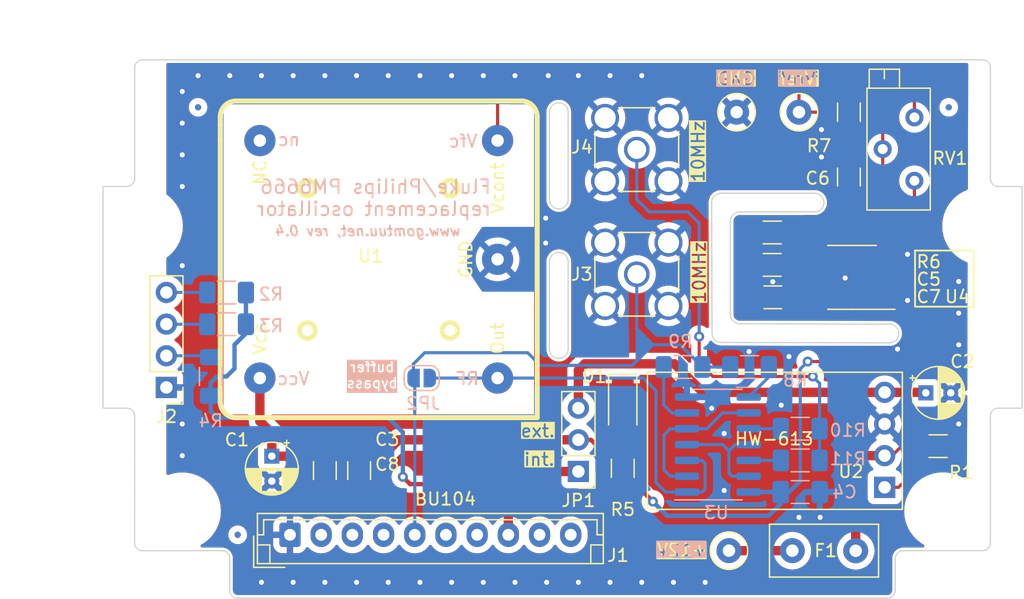
<source format=kicad_pcb>
(kicad_pcb (version 20221018) (generator pcbnew)
  (title_block (title "PM6666-10MHz") (date "2024-04-04") (rev "0.4") (company "Gomtuu Net") (comment 1 "- usable OCXO: CTI OSC5A2B02 / NDK ENE3311B") (comment 3 "programmable timer/counter") (comment 4 "Alternative oscillator for Fluke/Philips PM6666 "))
  (layers (0 "F.Cu" signal) (31 "B.Cu" signal) (34 "B.Paste" user) (35 "F.Paste" user) (36 "B.SilkS" user "B.Silkscreen") (37 "F.SilkS" user "F.Silkscreen") (38 "B.Mask" user) (39 "F.Mask" user) (44 "Edge.Cuts" user))
  (net 0 "")
  (net 1 "+5Vr")
  (net 2 "GND")
  (net 3 "Net-(U4-Vref)")
  (net 4 "Vref")
  (net 5 "+12V")
  (net 6 "Net-(U2-Vin)")
  (net 10 "XOSC")
  (net 13 "+5V")
  (net 16 "Net-(J4-In)")
  (net 17 "Net-(JP1-B)")
  (net 18 "10MHz")
  (net 19 "Net-(U2-EN)")
  (net 20 "Net-(D1-A)")
  (net 21 "Net-(J2-Pin_4)")
  (net 22 "Net-(R7-Pad1)")
  (net 23 "Net-(R8-Pad1)")
  (net 24 "Net-(R9-Pad1)")
  (net 25 "Net-(R10-Pad1)")
  (net 27 "Net-(U3-Pad2)")
  (net 28 "Net-(U3-Pad11)")
  (net 30 "Net-(R6-Pad2)")
  (net 31 "Net-(J2-Pin_2)")
  (net 32 "Net-(J2-Pin_3)")
  (net 33 "Net-(R11-Pad1)")
  (footprint "Resistor_SMD:R_1206_3216Metric_Pad1.30x1.75mm_HandSolder" (layer "F.Cu") (at 150.876 83.566 -90)
    (fp_text reference "R5")
    (fp_text value "470")
  )
  (footprint "Fuse:Fuse_Littelfuse_395Series" (layer "F.Cu") (at 164.465 90.17)
    (fp_text reference "F1")
    (fp_text value "Polyfuse" hide)
  )
  (footprint "Resistor_SMD:R_1206_3216Metric_Pad1.30x1.75mm_HandSolder" (layer "F.Cu") (at 176.149 81.788)
    (fp_text reference "R1")
    (fp_text value "100k")
  )
  (footprint "Capacitor_THT:CP_Radial_D4.0mm_P2.00mm" (layer "F.Cu") (at 175.165 77.513401)
    (fp_text reference "C2")
    (fp_text value "100u")
  )
  (footprint "Gomtuu:Oscillator_OCXO_OSC5A2B02" (layer "F.Cu") (at 131.318 66.802 90)
    (fp_text reference "U1")
    (fp_text value "OSC5A2B02")
  )
  (footprint "Resistor_SMD:R_1206_3216Metric_Pad1.30x1.75mm_HandSolder" (layer "F.Cu") (at 162.85 64.65)
    (fp_text reference "R6")
    (fp_text value "1k")
  )
  (footprint "Potentiometer_THT:Potentiometer_Bourns_3296Z_Horizontal" (layer "F.Cu") (at 174.25 60.5 -90)
    (fp_text reference "RV1")
    (fp_text value "10k")
  )
  (footprint "LED_SMD:LED_1206_3216Metric_Pad1.42x1.75mm_HandSolder" (layer "F.Cu") (at 150.876 78.486 -90)
    (fp_text reference "D1")
    (fp_text value "LED")
  )
  (footprint "Connector_JST:JST_EH_B10B-EH-A_1x10_P2.50mm_Vertical" (layer "F.Cu") (at 124.206 88.9)
    (fp_text reference "J1")
    (fp_text value "~" hide)
  )
  (footprint "MountingHole:MountingHole_3.2mm_M3" (layer "F.Cu") (at 112.522 64.135)
    (fp_text reference "H1" hide)
    (fp_text value "MountingHole" hide)
  )
  (footprint "Capacitor_SMD:C_1206_3216Metric_Pad1.33x1.80mm_HandSolder" (layer "F.Cu") (at 162.9 69.85)
    (fp_text reference "C7")
    (fp_text value "100n")
  )
  (footprint "Connector_PinHeader_2.54mm:PinHeader_1x03_P2.54mm_Vertical" (layer "F.Cu") (at 147.32 83.82 180)
    (fp_text reference "JP1")
    (fp_text value "~")
  )
  (footprint "Connector_Coaxial:SMA_Amphenol_901-144_Vertical" (layer "F.Cu") (at 152 58)
    (fp_text reference "J4")
    (fp_text value "Conn_Coaxial" hide)
  )
  (footprint "Capacitor_SMD:C_1206_3216Metric_Pad1.33x1.80mm_HandSolder" (layer "F.Cu") (at 169 60.2 90)
    (fp_text reference "C6")
    (fp_text value "100n")
  )
  (footprint "Capacitor_SMD:C_1206_3216Metric_Pad1.33x1.80mm_HandSolder" (layer "F.Cu") (at 162.85 67.25 180)
    (fp_text reference "C5")
    (fp_text value "1u")
  )
  (footprint "Package_SO:SOIC-8_3.9x4.9mm_P1.27mm" (layer "F.Cu") (at 169.25 68.25 180)
    (fp_text reference "U4")
    (fp_text value "LM4140-4.1")
  )
  (footprint "Fiducial:Fiducial_0.5mm_Mask1.5mm" (layer "F.Cu") (at 120.015 88.9)
    (fp_text reference "FID3" hide)
    (fp_text value "Fiducial" hide)
  )
  (footprint "MountingHole:MountingHole_3.2mm_M3" (layer "F.Cu") (at 115.57 86.995)
    (fp_text reference "H3" hide)
    (fp_text value "MountingHole" hide)
  )
  (footprint "Fiducial:Fiducial_0.5mm_Mask1.5mm" (layer "F.Cu") (at 176.53 72.39)
    (fp_text reference "FID2" hide)
    (fp_text value "Fiducial" hide)
  )
  (footprint "MountingHole:MountingHole_3.2mm_M3" (layer "F.Cu") (at 176.53 86.995)
    (fp_text reference "H4" hide)
    (fp_text value "MountingHole" hide)
  )
  (footprint "MountingHole:MountingHole_3.2mm_M3" (layer "F.Cu") (at 179.578 64.135)
    (fp_text reference "H2" hide)
    (fp_text value "MountingHole" hide)
  )
  (footprint "Connector_Coaxial:SMA_Amphenol_901-144_Vertical" (layer "F.Cu") (at 152 68)
    (fp_text reference "J3")
    (fp_text value "Conn_Coaxial" hide)
  )
  (footprint "Connector_PinHeader_2.54mm:PinHeader_1x04_P2.54mm_Vertical" (layer "F.Cu") (at 114.3 77.079 180)
    (fp_text reference "J2")
    (fp_text value "~")
  )
  (footprint "Fiducial:Fiducial_0.5mm_Mask1.5mm" (layer "F.Cu") (at 116.84 54.61)
    (fp_text reference "FID5" hide)
    (fp_text value "Fiducial" hide)
  )
  (footprint "Capacitor_SMD:C_1206_3216Metric_Pad1.33x1.80mm_HandSolder" (layer "F.Cu") (at 129.75 83.75 -90)
    (fp_text reference "C8")
    (fp_text value "100n")
  )
  (footprint "Resistor_SMD:R_1206_3216Metric_Pad1.30x1.75mm_HandSolder" (layer "F.Cu") (at 169 55 -90)
    (fp_text reference "R7")
    (fp_text value "1k")
  )
  (footprint "Gomtuu:Convertor_DCDC_HW-613" (layer "F.Cu") (at 171.86286 85.09 90)
    (fp_text reference "U2")
    (fp_text value "HW-613")
  )
  (footprint "Capacitor_SMD:C_1206_3216Metric_Pad1.33x1.80mm_HandSolder" (layer "F.Cu") (at 127 83.75 -90)
    (fp_text reference "C3")
    (fp_text value "100n")
  )
  (footprint "TestPoint:TestPoint_Loop_D1.80mm_Drill1.0mm_Beaded" (layer "F.Cu") (at 165 55)
    (fp_text reference "TP1" hide)
    (fp_text value "Vref")
  )
  (footprint "TestPoint:TestPoint_Loop_D1.80mm_Drill1.0mm_Beaded" (layer "F.Cu") (at 159.385 90.17)
    (fp_text reference "TP3" hide)
    (fp_text value "+12V")
  )
  (footprint "Capacitor_THT:CP_Radial_D4.0mm_P2.00mm" (layer "F.Cu") (at 122.75 82.593401 -90)
    (fp_text reference "C1")
    (fp_text value "47u")
  )
  (footprint "TestPoint:TestPoint_Loop_D1.80mm_Drill1.0mm_Beaded" (layer "F.Cu") (at 160 55)
    (fp_text reference "TP2" hide)
    (fp_text value "GND")
  )
  (footprint "Fiducial:Fiducial_0.5mm_Mask1.5mm" (layer "B.Cu") (at 176.53 72.39 180)
    (fp_text reference "FID1" hide)
    (fp_text value "Fiducial" hide)
  )
  (footprint "Resistor_SMD:R_1206_3216Metric_Pad1.30x1.75mm_HandSolder" (layer "B.Cu") (at 165.1 82.931)
    (fp_text reference "R11")
    (fp_text value "100")
  )
  (footprint "Resistor_SMD:R_1206_3216Metric_Pad1.30x1.75mm_HandSolder" (layer "B.Cu") (at 117.856 76.2 90)
    (fp_text reference "R4")
    (fp_text value "2k")
  )
  (footprint "Capacitor_SMD:C_1206_3216Metric_Pad1.33x1.80mm_HandSolder" (layer "B.Cu") (at 165.1 85.471)
    (fp_text reference "C4")
    (fp_text value "100n")
  )
  (footprint "Resistor_SMD:R_1206_3216Metric_Pad1.30x1.75mm_HandSolder" (layer "B.Cu") (at 161.036 75.438 180)
    (fp_text reference "R9")
    (fp_text value "100")
  )
  (footprint "Resistor_SMD:R_1206_3216Metric_Pad1.30x1.75mm_HandSolder" (layer "B.Cu") (at 119.126 72.009 180)
    (fp_text reference "R3")
    (fp_text value "2k")
  )
  (footprint "Fiducial:Fiducial_0.5mm_Mask1.5mm" (layer "B.Cu") (at 116.84 54.61 180)
    (fp_text reference "FID6" hide)
    (fp_text value "Fiducial" hide)
  )
  (footprint "Jumper:SolderJumper-2_P1.3mm_Open_RoundedPad1.0x1.5mm" (layer "B.Cu") (at 134.762 76.327 180)
    (fp_text reference "JP2")
    (fp_text value "bypass")
  )
  (footprint "Resistor_SMD:R_1206_3216Metric_Pad1.30x1.75mm_HandSolder" (layer "B.Cu") (at 165.1 80.391)
    (fp_text reference "R10")
    (fp_text value "100")
  )
  (footprint "Fiducial:Fiducial_0.5mm_Mask1.5mm" (layer "B.Cu") (at 120.015 88.9 180)
    (fp_text reference "FID4" hide)
    (fp_text value "Fiducial" hide)
  )
  (footprint "Resistor_SMD:R_1206_3216Metric_Pad1.30x1.75mm_HandSolder" (layer "B.Cu") (at 119.126 69.469 180)
    (fp_text reference "R2")
    (fp_text value "2k")
  )
  (footprint "Resistor_SMD:R_1206_3216Metric_Pad1.30x1.75mm_HandSolder" (layer "B.Cu") (at 155.702 75.438)
    (fp_text reference "R8")
    (fp_text value "100")
  )
  (footprint "Package_SO:SO-14_3.9x8.65mm_P1.27mm" (layer "B.Cu") (at 158.496 81.661)
    (fp_text reference "U3")
    (fp_text value "74HC14")
  )
  (gr_poly (pts (xy 169.3 70.3) (xy 168.4 71.2) (xy 170.2 71.2)) (stroke (width 0.2)) (fill solid) (layer "F.Cu"))
  (gr_poly (pts (xy 152 72.4) (xy 152 75) (xy 153.2 73.6)) (stroke (width 0.2)) (fill solid) (layer "B.Cu"))
  (gr_rect (start 174.3 66.1) (end 179 70.6) (stroke (width 0.15)) (fill none) (layer "F.SilkS"))
  (gr_arc locked (start 111.76 60.325) (mid 111.574013 60.774012) (end 111.125 60.96) (stroke (width 0.1)) (layer "Edge.Cuts"))
  (gr_line (start 111.125 78.74) (end 109.22 78.74) (stroke (width 0.1)) (layer "Edge.Cuts"))
  (gr_arc (start 160.25 71.96967) (mid 159.71967 71.75) (end 159.5 71.21967) (stroke (width 0.1)) (layer "Edge.Cuts"))
  (gr_arc (start 111.760002 51.435) (mid 111.945989 50.985988) (end 112.395002 50.8) (stroke (width 0.1)) (layer "Edge.Cuts"))
  (gr_arc (start 166.25 61.5) (mid 167 62.25) (end 166.25 63) (stroke (width 0.1)) (layer "Edge.Cuts"))
  (gr_line (start 179.705 90.17) (end 173.355 90.17) (stroke (width 0.1)) (layer "Edge.Cuts"))
  (gr_arc (start 145 67) (mid 145.75 66.25) (end 146.5 67) (stroke (width 0.1)) (layer "Edge.Cuts"))
  (gr_line (start 172.72 90.805) (end 172.72 93.345) (stroke (width 0.1)) (layer "Edge.Cuts"))
  (gr_line (start 180.34 79.375) (end 180.34 89.535) (stroke (width 0.1)) (layer "Edge.Cuts"))
  (gr_arc (start 111.125 78.74) (mid 111.574013 78.925987) (end 111.76 79.375) (stroke (width 0.1)) (layer "Edge.Cuts"))
  (gr_arc (start 146.5 74) (mid 145.75 74.75) (end 145 74) (stroke (width 0.1)) (layer "Edge.Cuts"))
  (gr_line (start 158 62.25) (end 158.03033 72.71967) (stroke (width 0.1)) (layer "Edge.Cuts"))
  (gr_line (start 145 67) (end 145 74) (stroke (width 0.1)) (layer "Edge.Cuts"))
  (gr_arc (start 172.25 72) (mid 173 72.75) (end 172.25 73.5) (stroke (width 0.1)) (layer "Edge.Cuts"))
  (gr_arc (start 180.34 89.535) (mid 180.154013 89.984013) (end 179.705 90.17) (stroke (width 0.1)) (layer "Edge.Cuts"))
  (gr_line (start 111.76 60.325) (end 111.760002 51.435) (stroke (width 0.1)) (layer "Edge.Cuts"))
  (gr_arc (start 158 62.25) (mid 158.21967 61.71967) (end 158.75 61.5) (stroke (width 0.1)) (layer "Edge.Cuts"))
  (gr_line (start 182.88 78.74) (end 180.975 78.74) (stroke (width 0.1)) (layer "Edge.Cuts"))
  (gr_line (start 179.705 50.800002) (end 112.395002 50.8) (stroke (width 0.1)) (layer "Edge.Cuts"))
  (gr_arc (start 172.72 90.805) (mid 172.905987 90.355987) (end 173.355 90.17) (stroke (width 0.1)) (layer "Edge.Cuts"))
  (gr_line (start 172.25 72) (end 160.25 71.96967) (stroke (width 0.1)) (layer "Edge.Cuts"))
  (gr_line (start 109.22 60.96) (end 109.22 78.74) (stroke (width 0.1)) (layer "Edge.Cuts"))
  (gr_line (start 146.5 74) (end 146.5 67) (stroke (width 0.1)) (layer "Edge.Cuts"))
  (gr_line (start 158.78033 73.46967) (end 172.25 73.5) (stroke (width 0.1)) (layer "Edge.Cuts"))
  (gr_arc (start 146.5 62) (mid 145.75 62.75) (end 145 62) (stroke (width 0.1)) (layer "Edge.Cuts"))
  (gr_arc (start 120.015 93.98) (mid 119.565987 93.794013) (end 119.38 93.345) (stroke (width 0.1)) (layer "Edge.Cuts"))
  (gr_arc (start 180.34 79.375) (mid 180.525987 78.925987) (end 180.975 78.74) (stroke (width 0.1)) (layer "Edge.Cuts"))
  (gr_line (start 182.88 60.96) (end 182.88 78.74) (stroke (width 0.1)) (layer "Edge.Cuts"))
  (gr_arc (start 179.705 50.800002) (mid 180.154012 50.985989) (end 180.34 51.435002) (stroke (width 0.1)) (layer "Edge.Cuts"))
  (gr_line (start 180.34 51.435002) (end 180.34 60.324998) (stroke (width 0.1)) (layer "Edge.Cuts"))
  (gr_arc (start 118.745 90.17) (mid 119.194013 90.355987) (end 119.38 90.805) (stroke (width 0.1)) (layer "Edge.Cuts"))
  (gr_line (start 166.25 61.5) (end 158.75 61.5) (stroke (width 0.1)) (layer "Edge.Cuts"))
  (gr_arc (start 159.5 63.75) (mid 159.71967 63.21967) (end 160.25 63) (stroke (width 0.1)) (layer "Edge.Cuts"))
  (gr_arc (start 180.975 60.959998) (mid 180.525988 60.774011) (end 180.34 60.324998) (stroke (width 0.1)) (layer "Edge.Cuts"))
  (gr_line (start 109.22 60.96) (end 111.125 60.96) (stroke (width 0.1)) (layer "Edge.Cuts"))
  (gr_line (start 160.25 63) (end 166.25 63) (stroke (width 0.1)) (layer "Edge.Cuts"))
  (gr_line (start 145 55) (end 145 62) (stroke (width 0.1)) (layer "Edge.Cuts"))
  (gr_line (start 159.5 71.21967) (end 159.5 63.75) (stroke (width 0.1)) (layer "Edge.Cuts"))
  (gr_line (start 119.38 90.805) (end 119.38 93.345) (stroke (width 0.1)) (layer "Edge.Cuts"))
  (gr_arc (start 158.78033 73.46967) (mid 158.25 73.25) (end 158.03033 72.71967) (stroke (width 0.1)) (layer "Edge.Cuts"))
  (gr_line (start 111.751813 89.543187) (end 111.76 79.375) (stroke (width 0.1)) (layer "Edge.Cuts"))
  (gr_line (start 112.386813 90.178187) (end 118.745 90.17) (stroke (width 0.1)) (layer "Edge.Cuts"))
  (gr_arc (start 172.72 93.345) (mid 172.534013 93.794013) (end 172.085 93.98) (stroke (width 0.1)) (layer "Edge.Cuts"))
  (gr_line (start 146.5 55) (end 146.5 62) (stroke (width 0.1)) (layer "Edge.Cuts"))
  (gr_arc (start 112.386813 90.178187) (mid 111.9378 89.9922) (end 111.751813 89.543187) (stroke (width 0.1)) (layer "Edge.Cuts"))
  (gr_arc (start 145 55) (mid 145.75 54.25) (end 146.5 55) (stroke (width 0.1)) (layer "Edge.Cuts"))
  (gr_line (start 120.015 93.98) (end 172.085 93.98) (stroke (width 0.1)) (layer "Edge.Cuts"))
  (gr_line (start 180.975 60.959998) (end 182.88 60.96) (stroke (width 0.1)) (layer "Edge.Cuts"))
  (gr_text "Vcc" (at 125.857 76.962) (layer "B.SilkS") (effects (font (size 1 1)) (justify left bottom mirror)))
  (gr_text "Fluke/Philips PM6666\nreplacement oscillator" (at 140.4 63.4) (layer "B.SilkS") (effects (font (size 1.1 1.1)) (justify left bottom mirror)))
  (gr_text "+12V" (at 157.734 90.678) (layer "B.SilkS" knockout) (effects (font (size 1 1)) (justify left bottom mirror)))
  (gr_text "www.gomtuu.net, rev 0.4" (at 138 65) (layer "B.SilkS") (effects (font (size 0.8 0.8) (thickness 0.15) bold italic) (justify left bottom mirror)))
  (gr_text "nc" (at 125.095 57.785) (layer "B.SilkS") (effects (font (size 1 1)) (justify left bottom mirror)))
  (gr_text "RF" (at 139.446 76.962) (layer "B.SilkS") (effects (font (size 1 1)) (justify left bottom mirror)))
  (gr_text "GND" (at 161.5 52.9) (layer "B.SilkS" knockout) (effects (font (size 1 1)) (justify left bottom mirror)))
  (gr_text "Vfc" (at 139.319 57.912) (layer "B.SilkS") (effects (font (size 1 1)) (justify left bottom mirror)))
  (gr_text "Vref" (at 166.4 52.9) (layer "B.SilkS" knockout) (effects (font (size 1 1)) (justify left bottom mirror)))
  (gr_text "buffer\nbypass" (at 130.8 77.2) (layer "B.SilkS" knockout) (effects (font (size 0.8 0.8) (thickness 0.125)) (justify bottom mirror)))
  (gr_text "10MHz" (at 157.5 60.7 90) (layer "F.SilkS" knockout) (effects (font (size 1 1)) (justify left bottom)))
  (gr_text "BU104" (at 134.112 86.614) (layer "F.SilkS") (effects (font (size 1 1)) (justify left bottom)))
  (gr_text "HW-613" (at 159.766 81.788) (layer "F.SilkS") (effects (font (size 1 1)) (justify left bottom)))
  (gr_text "10MHz" (at 157.6 70.4 90) (layer "F.SilkS" knockout) (effects (font (size 1 1)) (justify left bottom)))
  (gr_text "GND" (at 158.4 52.9) (layer "F.SilkS" knockout) (effects (font (size 1 1)) (justify left bottom)))
  (gr_text "int." (at 142.875 83.439) (layer "F.SilkS" knockout) (effects (font (size 1 1)) (justify left bottom)))
  (gr_text "ext." (at 142.621 81.153) (layer "F.SilkS" knockout) (effects (font (size 1 1)) (justify left bottom)))
  (gr_text "+12V" (at 153.416 90.805) (layer "F.SilkS" knockout) (effects (font (size 1 1)) (justify left bottom)))
  (gr_text "Vref" (at 163.5 52.9) (layer "F.SilkS" knockout) (effects (font (size 1 1)) (justify left bottom)))
  (segment (start 168.3 71.2) (end 162.95 71.2) (width 0.25) (layer "F.Cu") (net 1))
  (segment (start 124.8125 82.1875) (end 127 82.1875) (width 0.75) (layer "F.Cu") (net 1))
  (segment (start 161.3375 69.85) (end 162.35 69.85) (width 0.25) (layer "F.Cu") (net 1))
  (segment (start 170.4 71.2) (end 168.3 71.2) (width 0.25) (layer "F.Cu") (net 1))
  (segment (start 129.75 82.1875) (end 127 82.1875) (width 0.75) (layer "F.Cu") (net 1))
  (segment (start 173.6 71.2) (end 174 71.6) (width 0.25) (layer "F.Cu") (net 1))
  (segment (start 122.75 82.593401) (end 124.406599 82.593401) (width 0.75) (layer "F.Cu") (net 1))
  (segment (start 152.172 85.116) (end 153.289 86.233) (width 0.35) (layer "F.Cu") (net 1))
  (segment (start 121.793 76.327) (end 121.793 79.793) (width 0.75) (layer "F.Cu") (net 1))
  (segment (start 169.25 70.25) (end 169.25 69.5) (width 0.25) (layer "F.Cu") (net 1))
  (segment (start 148.336 81.28) (end 149.225 82.169) (width 0.35) (layer "F.Cu") (net 1))
  (segment (start 150.876 85.116) (end 152.172 85.116) (width 0.35) (layer "F.Cu") (net 1))
  (segment (start 147.32 81.28) (end 132.92 81.28) (width 0.75) (layer "F.Cu") (net 1))
  (segment (start 174 74.6) (end 173.6 75) (width 0.25) (layer "F.Cu") (net 1))
  (segment (start 170.4 71.2) (end 170.6 71.2) (width 0.25) (layer "F.Cu") (net 1))
  (segment (start 174 71.6) (end 174 74.6) (width 0.25) (layer "F.Cu") (net 1))
  (segment (start 147.32 81.28) (end 148.336 81.28) (width 0.35) (layer "F.Cu") (net 1))
  (segment (start 170.6 71.2) (end 173.6 71.2) (width 0.25) (layer "F.Cu") (net 1))
  (segment (start 149.225 83.465) (end 150.876 85.116) (width 0.35) (layer "F.Cu") (net 1))
  (segment (start 169.865 68.885) (end 171.725 68.885) (width 0.25) (layer "F.Cu") (net 1))
  (segment (start 132.92 81.28) (end 132 82.2) (width 0.75) (layer "F.Cu") (net 1))
  (segment (start 122.75 80.75) (end 122.75 82.593401) (width 0.75) (layer "F.Cu") (net 1))
  (segment (start 170.2 71.2) (end 170.4 71.2) (width 0.25) (layer "F.Cu") (net 1))
  (segment (start 169.25 70.25) (end 170.2 71.2) (width 0.25) (layer "F.Cu") (net 1))
  (segment (start 162.35 69.85) (end 162.75 70.25) (width 0.25) (layer "F.Cu") (net 1))
  (segment (start 149.225 82.169) (end 149.225 83.465) (width 0.35) (layer "F.Cu") (net 1))
  (segment (start 124.406599 82.593401) (end 124.8125 82.1875) (width 0.75) (layer "F.Cu") (net 1))
  (segment (start 169.25 69.5) (end 169.865 68.885) (width 0.25) (layer "F.Cu") (net 1))
  (segment (start 162.95 71.2) (end 162.75 71) (width 0.25) (layer "F.Cu") (net 1))
  (segment (start 131.9875 82.1875) (end 129.75 82.1875) (width 0.75) (layer "F.Cu") (net 1))
  (segment (start 169.25 70.25) (end 168.3 71.2) (width 0.25) (layer "F.Cu") (net 1))
  (segment (start 171.725 67.615) (end 171.725 68.885) (width 0.25) (layer "F.Cu") (net 1))
  (segment (start 132 82.2) (end 131.9875 82.1875) (width 0.25) (layer "F.Cu") (net 1))
  (segment (start 121.793 79.793) (end 122.75 80.75) (width 0.75) (layer "F.Cu") (net 1))
  (segment (start 173.6 75) (end 165.7 75) (width 0.25) (layer "F.Cu") (net 1))
  (segment (start 162.75 70.25) (end 162.75 71) (width 0.25) (layer "F.Cu") (net 1))
  (via (at 165.7 75) (size 0.8) (drill 0.4) (layers "F.Cu" "B.Cu") (net 1))
  (via (at 153.289 86.233) (size 0.8) (drill 0.4) (layers "F.Cu" "B.Cu") (net 1))
  (segment (start 163.5375 86.3985) (end 163.5375 85.471) (width 0.35) (layer "B.Cu") (net 1))
  (segment (start 154.432 87.376) (end 162.56 87.376) (width 0.35) (layer "B.Cu") (net 1))
  (segment (start 164.211 85.471) (end 163.5375 85.471) (width 0.35) (layer "B.Cu") (net 1))
  (segment (start 165.1 84.582) (end 164.211 85.471) (width 0.35) (layer "B.Cu") (net 1))
  (segment (start 165.1 84.582) (end 165.1 75.6) (width 0.25) (layer "B.Cu") (net 1))
  (segment (start 163.5375 85.471) (end 160.971 85.471) (width 0.35) (layer "B.Cu") (net 1))
  (segment (start 162.56 87.376) (end 163.5375 86.3985) (width 0.35) (layer "B.Cu") (net 1))
  (segment (start 153.289 86.233) (end 154.432 87.376) (width 0.35) (layer "B.Cu") (net 1))
  (segment (start 165.1 75.6) (end 165.7 75) (width 0.25) (layer "B.Cu") (net 1))
  (segment (start 171.725 66.345) (end 172.845 66.345) (width 0.25) (layer "F.Cu") (net 2))
  (segment (start 172.845 70.155) (end 173.25 69.75) (width 0.25) (layer "F.Cu") (net 2))
  (segment (start 172.845 66.345) (end 173.25 66.75) (width 0.25) (layer "F.Cu") (net 2))
  (segment (start 169.655 66.345) (end 169.25 66.75) (width 0.25) (layer "F.Cu") (net 2))
  (segment (start 173.25 69.75) (end 173.25 68.35) (width 0.25) (layer "F.Cu") (net 2))
  (segment (start 169 56.55) (end 169 58.6375) (width 0.25) (layer "F.Cu") (net 2))
  (segment (start 169.25 68.25) (end 169.2 68.3) (width 0.25) (layer "F.Cu") (net 2))
  (segment (start 171.725 66.345) (end 169.655 66.345) (width 0.25) (layer "F.Cu") (net 2))
  (segment (start 171.725 70.155) (end 172.845 70.155) (width 0.25) (layer "F.Cu") (net 2))
  (segment (start 163.35 69.85) (end 163 69.5) (width 0.25) (layer "F.Cu") (net 2))
  (segment (start 164.4625 69.85) (end 163.35 69.85) (width 0.25) (layer "F.Cu") (net 2))
  (segment (start 168.7 68.8) (end 168.615 68.885) (width 0.25) (layer "F.Cu") (net 2))
  (segment (start 166.775 70.155) (end 164.7675 70.155) (width 0.25) (layer "F.Cu") (net 2))
  (segment (start 169.25 66.75) (end 169.25 68.25) (width 0.25) (layer "F.Cu") (net 2))
  (segment (start 163 67.75) (end 162.5 67.25) (width 0.25) (layer "F.Cu") (net 2))
  (segment (start 162.9 68.6) (end 163 68.5) (width 0.25) (layer "F.Cu") (net 2))
  (segment (start 162.5 67.25) (end 161.2875 67.25) (width 0.25) (layer "F.Cu") (net 2))
  (segment (start 168.7 68.3) (end 168.7 68.8) (width 0.25) (layer "F.Cu") (net 2))
  (segment (start 164.7675 70.155) (end 164.4625 69.85) (width 0.25) (layer "F.Cu") (net 2))
  (segment (start 166.775 68.885) (end 166.775 70.155) (width 0.6) (layer "F.Cu") (net 2))
  (segment (start 173.25 68.35) (end 173.3 68.3) (width 0.25) (layer "F.Cu") (net 2))
  (segment (start 163 69.5) (end 163 68.7) (width 0.25) (layer "F.Cu") (net 2))
  (segment (start 163 68.7) (end 162.9 68.6) (width 0.25) (layer "F.Cu") (net 2))
  (segment (start 173.25 68.25) (end 173.25 66.75) (width 0.25) (layer "F.Cu") (net 2))
  (segment (start 168.615 68.885) (end 166.775 68.885) (width 0.25) (layer "F.Cu") (net 2))
  (segment (start 169.2 68.3) (end 168.7 68.3) (width 0.25) (layer "F.Cu") (net 2))
  (segment (start 163 68.5) (end 163 67.75) (width 0.25) (layer "F.Cu") (net 2))
  (segment (start 173.3 68.3) (end 173.25 68.25) (width 0.25) (layer "F.Cu") (net 2))
  (via (at 164.2 74.6) (size 0.8) (drill 0.4) (layers "F.Cu" "B.Cu") (net 2))
  (via (at 115.57 60.96) (size 0.8) (drill 0.4) (layers "F.Cu" "B.Cu") (net 2))
  (via (at 121.92 52.07) (size 0.8) (drill 0.4) (layers "F.Cu" "B.Cu") (net 2))
  (via (at 124.46 52.07) (size 0.8) (drill 0.4) (layers "F.Cu" "B.Cu") (net 2))
  (via (at 159.004 85.344) (size 0.8) (drill 0.4) (layers "F.Cu" "B.Cu") (net 2))
  (via (at 115.57 58.42) (size 0.8) (drill 0.4) (layers "F.Cu" "B.Cu") (net 2))
  (via (at 166.8 56.4) (size 0.8) (drill 0.4) (layers "F.Cu" "B.Cu") (net 2))
  (via (at 172.9 74) (size 0.8) (drill 0.4) (layers "F.Cu" "B.Cu") (net 2))
  (via (at 119.38 52.07) (size 0.8) (drill 0.4) (layers "F.Cu" "B.Cu") (net 2))
  (via (at 152.4 52.07) (size 0.8) (drill 0.4) (layers "F.Cu" "B.Cu") (net 2))
  (via (at 132.08 52.07) (size 0.8) (drill 0.4) (layers "F.Cu" "B.Cu") (net 2))
  (via (at 177.8 73.66) (size 0.8) (drill 0.4) (layers "F.Cu" "B.Cu") (net 2))
  (via (at 144.907 52.07) (size 0.8) (drill 0.4) (layers "F.Cu" "B.Cu") (net 2))
  (via (at 121.92 92.71) (size 0.8) (drill 0.4) (layers "F.Cu" "B.Cu") (net 2))
  (via (at 115.57 82.55) (size 0.8) (drill 0.4) (layers "F.Cu" "B.Cu") (net 2))
  (via (at 162.9 68.6) (size 0.8) (drill 0.4) (layers "F.Cu" "B.Cu") (net 2))
  (via (at 168.7 68.3) (size 0.8) (drill 0.4) (layers "F.Cu" "B.Cu") (net 2))
  (via (at 158 78.75) (size 0.8) (drill 0.4) (layers "F.Cu" "B.Cu") (net 2))
  (via (at 159.004 80.772) (size 0.8) (drill 0.4) (layers "F.Cu" "B.Cu") (net 2))
  (via (at 161 74.2) (size 0.8) (drill 0.4) (layers "F.Cu" "B.Cu") (net 2))
  (via (at 142.24 92.71) (size 0.8) (drill 0.4) (layers "F.Cu" "B.Cu") (net 2))
  (via (at 139.7 92.71) (size 0.8) (drill 0.4) (layers "F.Cu" "B.Cu") (net 2))
  (via (at 173.7 66.4) (size 0.8) (drill 0.4) (layers "F.Cu" "B.Cu") (net 2))
  (via (at 177.8 71.12) (size 0.8) (drill 0.4) (layers "F.Cu" "B.Cu") (net 2))
  (via (at 144.78 92.71) (size 0.8) (drill 0.4) (layers "F.Cu" "B.Cu") (net 2))
  (via (at 134.62 92.71) (size 0.8) (drill 0.4) (layers "F.Cu" "B.Cu") (net 2))
  (via (at 177.8 68.58) (size 0.8) (drill 0.4) (layers "F.Cu" "B.Cu") (net 2))
  (via (at 137.16 92.71) (size 0.8) (drill 0.4) (layers "F.Cu" "B.Cu") (net 2))
  (via (at 132.08 92.71) (size 0.8) (drill 0.4) (layers "F.Cu" "B.Cu") (net 2))
  (via (at 149.86 52.07) (size 0.8) (drill 0.4) (layers "F.Cu" "B.Cu") (net 2))
  (via (at 144.7 65.5) (size 0.8) (drill 0.4) (layers "F.Cu" "B.Cu") (net 2))
  (via (at 137.16 52.07) (size 0.8) (drill 0.4) (layers "F.Cu" "B.Cu") (net 2))
  (via (at 149.86 92.71) (size 0.8) (drill 0.4) (layers "F.Cu" "B.Cu") (net 2))
  (via (at 115.57 67.31) (size 0.8) (drill 0.4) (layers "F.Cu" "B.Cu") (net 2))
  (via (at 127 52.07) (size 0.8) (drill 0.4) (layers "F.Cu" "B.Cu") (net 2))
  (via (at 166.8 58.6) (size 0.8) (drill 0.4) (layers "F.Cu" "B.Cu") (net 2))
  (via (at 124.46 92.71) (size 0.8) (drill 0.4) (layers "F.Cu" "B.Cu") (net 2))
  (via (at 129.54 52.07) (size 0.8) (drill 0.4) (layers "F.Cu" "B.Cu") (net 2))
  (via (at 116.84 52.07) (size 0.8) (drill 0.4) (layers "F.Cu" "B.Cu") (net 2))
  (via (at 127 92.71) (size 0.8) (drill 0.4) (layers "F.Cu" "B.Cu") (net 2))
  (via (at 154.94 92.71) (size 0.8) (drill 0.4) (layers "F.Cu" "B.Cu") (net 2))
  (via (at 144.7 63.5) (size 0.8) (drill 0.4) (layers "F.Cu" "B.Cu") (net 2))
  (via (at 147.32 52.07) (size 0.8) (drill 0.4) (layers "F.Cu" "B.Cu") (net 2))
  (via (at 115.57 55.88) (size 0.8) (drill 0.4) (layers "F.Cu" "B.Cu") (net 2))
  (via (at 134.62 52.07) (size 0.8) (drill 0.4) (layers "F.Cu" "B.Cu") (net 2))
  (via (at 163.576 78.5) (size 0.8) (drill 0.4) (layers "F.Cu" "B.Cu") (net 2))
  (via (at 115.57 53.34) (size 0.8) (drill 0.4) (layers "F.Cu" "B.Cu") (net 2))
  (via (at 142.24 52.07) (size 0.8) (drill 0.4) (layers "F.Cu" "B.Cu") (net 2))
  (via (at 166.7 87.5) (size 0.8) (drill 0.4) (layers "F.Cu" "B.Cu") (net 2))
  (via (at 115.57 80.01) (size 0.8) (drill 0.4) (layers "F.Cu" "B.Cu") (net 2))
  (via (at 152.4 92.71) (size 0.8) (drill 0.4) (layers "F.Cu" "B.Cu") (net 2))
  (via (at 165 87.5) (size 0.8) (drill 0.4) (layers "F.Cu" "B.Cu") (net 2))
  (via (at 147.32 92.71) (size 0.8) (drill 0.4) (layers "F.Cu" "B.Cu") (net 2))
  (via (at 157.48 92.71) (size 0.8) (drill 0.4) (layers "F.Cu" "B.Cu") (net 2))
  (via (at 139.7 52.07) (size 0.8) (drill 0.4) (layers "F.Cu" "B.Cu") (net 2))
  (via (at 177.8 80.01) (size 0.8) (drill 0.4) (layers "F.Cu" "B.Cu") (net 2))
  (via (at 173.7 70.1) (size 0.8) (drill 0.4) (layers "F.Cu" "B.Cu") (net 2))
  (via (at 129.54 92.71) (size 0.8) (drill 0.4) (layers "F.Cu" "B.Cu") (net 2))
  (segment (start 163.5 67.25) (end 163 66.75) (width 0.25) (layer "F.Cu") (net 3))
  (segment (start 163 65.25) (end 162.4 64.65) (width 0.25) (layer "F.Cu") (net 3))
  (segment (start 164.7775 67.615) (end 164.4125 67.25) (width 0.25) (layer "F.Cu") (net 3))
  (segment (start 163 66.75) (end 163 65.25) (width 0.25) (layer "F.Cu") (net 3))
  (segment (start 166.775 67.615) (end 164.7775 67.615) (width 0.25) (layer "F.Cu") (net 3))
  (segment (start 162.4 64.65) (end 161.3 64.65) (width 0.25) (layer "F.Cu") (net 3))
  (segment (start 164.4125 67.25) (end 163.5 67.25) (width 0.25) (layer "F.Cu") (net 3))
  (segment (start 165 53.5) (end 165 55) (width 0.25) (layer "F.Cu") (net 4))
  (segment (start 140.843 57.277) (end 140.843 54.157) (width 0.25) (layer "F.Cu") (net 4))
  (segment (start 171.71 61.04) (end 170.9875 61.7625) (width 0.25) (layer "F.Cu") (net 4))
  (segment (start 164.6 53.1) (end 165 53.5) (width 0.25) (layer "F.Cu") (net 4))
  (segment (start 141.9 53.1) (end 164.6 53.1) (width 0.25) (layer "F.Cu") (net 4))
  (segment (start 171.71 55.79) (end 171.71 57.96) (width 0.25) (layer "F.Cu") (net 4))
  (segment (start 170.9875 61.7625) (end 169 61.7625) (width 0.25) (layer "F.Cu") (net 4))
  (segment (start 171.75 55.75) (end 171.71 55.79) (width 0.25) (layer "F.Cu") (net 4))
  (segment (start 171 55) (end 171.75 55.75) (width 0.25) (layer "F.Cu") (net 4))
  (segment (start 140.843 54.157) (end 141.9 53.1) (width 0.25) (layer "F.Cu") (net 4))
  (segment (start 165 55) (end 171 55) (width 0.25) (layer "F.Cu") (net 4))
  (segment (start 171.71 57.96) (end 171.71 61.04) (width 0.25) (layer "F.Cu") (net 4))
  (segment (start 164.465 90.17) (end 159.385 90.17) (width 0.75) (layer "F.Cu") (net 5))
  (segment (start 171.86286 82.55) (end 170.18 82.55) (width 0.75) (layer "F.Cu") (net 6))
  (segment (start 172.466 82.55) (end 173.228 81.788) (width 0.25) (layer "F.Cu") (net 6))
  (segment (start 169.545 83.185) (end 169.545 90.18) (width 0.75) (layer "F.Cu") (net 6))
  (segment (start 173.228 81.788) (end 174.599 81.788) (width 0.25) (layer "F.Cu") (net 6))
  (segment (start 171.86286 82.55) (end 172.466 82.55) (width 0.25) (layer "F.Cu") (net 6))
  (segment (start 170.18 82.55) (end 169.545 83.185) (width 0.75) (layer "F.Cu") (net 6))
  (segment (start 155.474 73.66) (end 157.252 75.438) (width 0.25) (layer "B.Cu") (net 10))
  (segment (start 143.256 74.295) (end 144.272 75.311) (width 0.25) (layer "B.Cu") (net 10))
  (segment (start 144.272 75.311) (end 151.638 75.311) (width 0.25) (layer "B.Cu") (net 10))
  (segment (start 135.001 74.295) (end 143.256 74.295) (width 0.25) (layer "B.Cu") (net 10))
  (segment (start 157.252 75.438) (end 159.486 75.438) (width 0.25) (layer "B.Cu") (net 10))
  (segment (start 134.097 76.327) (end 134.097 75.199) (width 0.25) (layer "B.Cu") (net 10))
  (segment (start 151.638 75.311) (end 153.289 73.66) (width 0.25) (layer "B.Cu") (net 10))
  (segment (start 152 68) (end 152 72.371) (width 0.25) (layer "B.Cu") (net 10))
  (segment (start 153.289 73.66) (end 155.474 73.66) (width 0.25) (layer "B.Cu") (net 10))
  (segment (start 134.206 88.9) (end 134.206 76.436) (width 0.25) (layer "B.Cu") (net 10))
  (segment (start 134.097 75.199) (end 135.001 74.295) (width 0.25) (layer "B.Cu") (net 10))
  (segment (start 134.206 76.436) (end 134.097 76.327) (width 0.25) (layer "B.Cu") (net 10))
  (segment (start 152 72.371) (end 153.289 73.66) (width 0.25) (layer "B.Cu") (net 10))
  (segment (start 141.706 85.878) (end 141.706 86.5) (width 0.75) (layer "F.Cu") (net 13))
  (segment (start 142.748 84.836) (end 141.706 85.878) (width 0.75) (layer "F.Cu") (net 13))
  (segment (start 141.706 86.5) (end 141.706 88.9) (width 0.75) (layer "F.Cu") (net 13))
  (segment (start 144.272 84.836) (end 142.748 84.836) (width 0.75) (layer "F.Cu") (net 13))
  (segment (start 141.706 85.826) (end 140.716 84.836) (width 0.35) (layer "F.Cu") (net 13))
  (segment (start 145.288 83.82) (end 144.272 84.836) (width 0.75) (layer "F.Cu") (net 13))
  (segment (start 133.836 84.836) (end 133.25 84.25) (width 0.35) (layer "F.Cu") (net 13))
  (segment (start 141.706 85.878) (end 141.706 85.826) (width 0.35) (layer "F.Cu") (net 13))
  (segment (start 147.32 83.82) (end 145.288 83.82) (width 0.75) (layer "F.Cu") (net 13))
  (segment (start 140.716 84.836) (end 133.836 84.836) (width 0.35) (layer "F.Cu") (net 13))
  (via (at 133.25 84.25) (size 0.8) (drill 0.4) (layers "F.Cu" "B.Cu") (net 13))
  (segment (start 117.856 76.708) (end 118.364 76.2) (width 0.35) (layer "B.Cu") (net 13))
  (segment (start 133.25 80.672) (end 133.096 80.518) (width 0.35) (layer "B.Cu") (net 13))
  (segment (start 120.676 72.745) (end 120.676 72.009) (width 0.35) (layer "B.Cu") (net 13))
  (segment (start 132.08 79.502) (end 118.364 79.502) (width 0.35) (layer "B.Cu") (net 13))
  (segment (start 120.676 69.469) (end 120.676 72.009) (width 0.35) (layer "B.Cu") (net 13))
  (segment (start 117.856 77.75) (end 117.856 76.708) (width 0.35) (layer "B.Cu") (net 13))
  (segment (start 133.25 84.25) (end 133.25 80.672) (width 0.35) (layer "B.Cu") (net 13))
  (segment (start 119.761 75.565) (end 119.761 73.66) (width 0.35) (layer "B.Cu") (net 13))
  (segment (start 119.761 73.66) (end 120.676 72.745) (width 0.35) (layer "B.Cu") (net 13))
  (segment (start 133.096 80.518) (end 132.08 79.502) (width 0.35) (layer "B.Cu") (net 13))
  (segment (start 118.364 79.502) (end 117.856 78.994) (width 0.35) (layer "B.Cu") (net 13))
  (segment (start 117.856 78.994) (end 117.856 77.75) (width 0.35) (layer "B.Cu") (net 13))
  (segment (start 118.364 76.2) (end 119.126 76.2) (width 0.35) (layer "B.Cu") (net 13))
  (segment (start 119.126 76.2) (end 119.761 75.565) (width 0.35) (layer "B.Cu") (net 13))
  (segment (start 166.1 76.2) (end 158.1 76.2) (width 0.25) (layer "F.Cu") (net 16))
  (segment (start 157 73) (end 157 75.1) (width 0.25) (layer "F.Cu") (net 16))
  (segment (start 158.1 76.2) (end 157 75.1) (width 0.25) (layer "F.Cu") (net 16))
  (via (at 157 73) (size 0.8) (drill 0.4) (layers "F.Cu" "B.Cu") (net 16))
  (via (at 166.1 76.2) (size 0.8) (drill 0.4) (layers "F.Cu" "B.Cu") (net 16))
  (segment (start 152 58) (end 152 62) (width 0.25) (layer "B.Cu") (net 16))
  (segment (start 152 62) (end 153 63) (width 0.25) (layer "B.Cu") (net 16))
  (segment (start 166.1 76.2) (end 166.65 76.75) (width 0.25) (layer "B.Cu") (net 16))
  (segment (start 157 73) (end 157 63.9) (width 0.25) (layer "B.Cu") (net 16))
  (segment (start 166.65 80.391) (end 166.65 82.931) (width 0.25) (layer "B.Cu") (net 16))
  (segment (start 166.65 76.75) (end 166.65 80.391) (width 0.25) (layer "B.Cu") (net 16))
  (segment (start 153 63) (end 156.1 63) (width 0.25) (layer "B.Cu") (net 16))
  (segment (start 156.1 63) (end 157 63.9) (width 0.25) (layer "B.Cu") (net 16))
  (segment (start 147.32 78.74) (end 147.32 75.692) (width 0.75) (layer "F.Cu") (net 17))
  (segment (start 147.32 75.692) (end 147.828 75.184) (width 0.75) (layer "F.Cu") (net 17))
  (segment (start 147.828 75.184) (end 155.014 75.184) (width 0.75) (layer "F.Cu") (net 17))
  (segment (start 155.014 75.184) (end 157.3 77.47) (width 0.75) (layer "F.Cu") (net 17))
  (segment (start 171.86286 77.47) (end 175.121599 77.47) (width 0.75) (layer "F.Cu") (net 17))
  (segment (start 175.121599 77.47) (end 175.165 77.513401) (width 0.25) (layer "F.Cu") (net 17))
  (segment (start 171.86286 77.47) (end 157.3 77.47) (width 0.75) (layer "F.Cu") (net 17))
  (segment (start 157.226 85.471) (end 156.021 85.471) (width 0.25) (layer "B.Cu") (net 18))
  (segment (start 156.021 85.471) (end 154.305 85.471) (width 0.25) (layer "B.Cu") (net 18))
  (segment (start 154.305 85.471) (end 153.543 84.709) (width 0.25) (layer "B.Cu") (net 18))
  (segment (start 157.48 83.185) (end 157.48 85.217) (width 0.25) (layer "B.Cu") (net 18))
  (segment (start 157.226 82.931) (end 157.48 83.185) (width 0.25) (layer "B.Cu") (net 18))
  (segment (start 156.021 82.931) (end 157.226 82.931) (width 0.25) (layer "B.Cu") (net 18))
  (segment (start 152.527 76.327) (end 140.843 76.327) (width 0.25) (layer "B.Cu") (net 18))
  (segment (start 135.397 76.327) (end 140.843 76.327) (width 0.25) (layer "B.Cu") (net 18))
  (segment (start 153.543 77.343) (end 152.527 76.327) (width 0.25) (layer "B.Cu") (net 18))
  (segment (start 157.48 85.217) (end 157.226 85.471) (width 0.25) (layer "B.Cu") (net 18))
  (segment (start 153.543 84.709) (end 153.543 77.343) (width 0.25) (layer "B.Cu") (net 18))
  (segment (start 177.699 81.788) (end 177.699 82.195) (width 0.25) (layer "F.Cu") (net 19))
  (segment (start 177.8 82.296) (end 177.699 82.397) (width 0.25) (layer "F.Cu") (net 19))
  (segment (start 174.498 83.566) (end 172.974 85.09) (width 0.25) (layer "F.Cu") (net 19))
  (segment (start 176.657 83.566) (end 174.498 83.566) (width 0.25) (layer "F.Cu") (net 19))
  (segment (start 172.974 85.09) (end 171.86286 85.09) (width 0.25) (layer "F.Cu") (net 19))
  (segment (start 177.699 82.195) (end 177.8 82.296) (width 0.25) (layer "F.Cu") (net 19))
  (segment (start 177.699 82.524) (end 176.657 83.566) (width 0.25) (layer "F.Cu") (net 19))
  (segment (start 177.699 82.397) (end 177.699 82.524) (width 0.25) (layer "F.Cu") (net 19))
  (segment (start 150.876 79.9735) (end 150.876 82.016) (width 0.25) (layer "F.Cu") (net 20))
  (segment (start 114.3 69.459) (end 117.566 69.459) (width 0.25) (layer "B.Cu") (net 21))
  (segment (start 117.566 69.459) (end 117.576 69.469) (width 0.25) (layer "B.Cu") (net 21))
  (segment (start 174.25 54) (end 174.25 55.42) (width 0.25) (layer "F.Cu") (net 22))
  (segment (start 169 53.45) (end 173.7 53.45) (width 0.25) (layer "F.Cu") (net 22))
  (segment (start 173.7 53.45) (end 174.25 54) (width 0.25) (layer "F.Cu") (net 22))
  (segment (start 154.813 79.121) (end 154.152 78.46) (width 0.25) (layer "B.Cu") (net 23))
  (segment (start 154.152 78.46) (end 154.152 75.438) (width 0.25) (layer "B.Cu") (net 23))
  (segment (start 156.021 79.121) (end 154.813 79.121) (width 0.25) (layer "B.Cu") (net 23))
  (segment (start 162.586 75.438) (end 162.586 76.236) (width 0.25) (layer "B.Cu") (net 24))
  (segment (start 162.586 76.236) (end 160.971 77.851) (width 0.25) (layer "B.Cu") (net 24))
  (segment (start 163.55 80.391) (end 160.971 80.391) (width 0.25) (layer "B.Cu") (net 25))
  (segment (start 154.178 83.693) (end 154.178 80.899) (width 0.25) (layer "B.Cu") (net 27))
  (segment (start 156.021 84.201) (end 154.686 84.201) (width 0.25) (layer "B.Cu") (net 27))
  (segment (start 160.971 79.121) (end 158.877 79.121) (width 0.25) (layer "B.Cu") (net 27))
  (segment (start 154.686 80.391) (end 156.021 80.391) (width 0.25) (layer "B.Cu") (net 27))
  (segment (start 154.686 84.201) (end 154.178 83.693) (width 0.25) (layer "B.Cu") (net 27))
  (segment (start 154.178 80.899) (end 154.686 80.391) (width 0.25) (layer "B.Cu") (net 27))
  (segment (start 157.607 80.391) (end 156.021 80.391) (width 0.25) (layer "B.Cu") (net 27))
  (segment (start 158.877 79.121) (end 157.607 80.391) (width 0.25) (layer "B.Cu") (net 27))
  (segment (start 160.971 84.201) (end 159.639 84.201) (width 0.25) (layer "B.Cu") (net 28))
  (segment (start 159.385 82.169) (end 158.877 81.661) (width 0.25) (layer "B.Cu") (net 28))
  (segment (start 159.639 84.201) (end 159.385 83.947) (width 0.25) (layer "B.Cu") (net 28))
  (segment (start 158.877 81.661) (end 156.021 81.661) (width 0.25) (layer "B.Cu") (net 28))
  (segment (start 160.971 81.661) (end 159.893 81.661) (width 0.25) (layer "B.Cu") (net 28))
  (segment (start 159.385 83.947) (end 159.385 82.169) (width 0.25) (layer "B.Cu") (net 28))
  (segment (start 159.893 81.661) (end 159.385 82.169) (width 0.25) (layer "B.Cu") (net 28))
  (segment (start 174.25 63.5) (end 174.25 60.5) (width 0.25) (layer "F.Cu") (net 30))
  (segment (start 164.4 64.65) (end 173.1 64.65) (width 0.25) (layer "F.Cu") (net 30))
  (segment (start 173.1 64.65) (end 174.25 63.5) (width 0.25) (layer "F.Cu") (net 30))
  (segment (start 117.745 74.539) (end 117.856 74.65) (width 0.25) (layer "B.Cu") (net 31))
  (segment (start 114.3 74.539) (end 117.745 74.539) (width 0.25) (layer "B.Cu") (net 31))
  (segment (start 114.31 72.009) (end 114.3 71.999) (width 0.25) (layer "B.Cu") (net 32))
  (segment (start 117.576 72.009) (end 114.31 72.009) (width 0.25) (layer "B.Cu") (net 32))
  (segment (start 163.55 82.931) (end 160.971 82.931) (width 0.25) (layer "B.Cu") (net 33))
  (zone (net 2) (net_name "GND") (layer "F.Cu") (priority 2) (connect_pads (clearance 0.508)) (min_thickness 0.25) (fill yes (thermal_gap 0.5) (thermal_bridge_width 0.5) (smoothing fillet) (radius 0.5))
    (polygon (pts (xy 111.76 50.9) (xy 180.34 50.9) (xy 180.34 94.08) (xy 111.76 94.08)))
  )
  (zone (net 0) (net_name "") (layer "F.Cu") (connect_pads (clearance 0)) (min_thickness 0.25)
    (keepout (tracks allowed) (vias not_allowed) (pads not_allowed) (copperpour not_allowed) (footprints allowed))
    (fill (thermal_gap 0.5) (thermal_bridge_width 0.5))
    (polygon (pts (xy 118.872 54.356) (xy 143.764 54.356) (xy 143.764 79.248) (xy 118.872 79.248)))
  )
  (zone (net 0) (net_name "") (layers "F&B.Cu" "Edge.Cuts") (connect_pads (clearance 0)) (min_thickness 0.25)
    (keepout (tracks not_allowed) (vias not_allowed) (pads not_allowed) (copperpour not_allowed) (footprints allowed))
    (fill (thermal_gap 0.5) (thermal_bridge_width 0.5))
    (polygon (pts (xy 178.562 50.8) (xy 182.88 50.8) (xy 182.88 93.98) (xy 178.435 93.98)))
  )
  (zone (net 0) (net_name "") (layers "F&B.Cu" "Edge.Cuts") (connect_pads (clearance 0)) (min_thickness 0.25)
    (keepout (tracks not_allowed) (vias not_allowed) (pads not_allowed) (copperpour not_allowed) (footprints allowed))
    (fill (thermal_gap 0.5) (thermal_bridge_width 0.5))
    (polygon (pts (xy 109.22 50.8) (xy 109.22 93.98) (xy 114.3 93.98) (xy 114.3 50.8)))
  )
  (zone (net 0) (net_name "") (layer "B.Cu") (connect_pads (clearance 0)) (min_thickness 0.25)
    (keepout (tracks allowed) (vias not_allowed) (pads not_allowed) (copperpour not_allowed) (footprints allowed))
    (fill (thermal_gap 0.5) (thermal_bridge_width 0.5))
    (polygon (pts (xy 118.872 54.356) (xy 143.764 54.356) (xy 143.764 64.2) (xy 139.6 64.2) (xy 138.4 66) (xy 138.4 67.6) (xy 139.6 69.4) (xy 143.8 69.4) (xy 143.764 79.248) (xy 118.872 79.248)))
  )
  (zone (net 2) (net_name "GND") (layer "B.Cu") (priority 2) (connect_pads (clearance 0.508)) (min_thickness 0.25) (fill yes (thermal_gap 0.5) (thermal_bridge_width 0.5) (smoothing fillet) (radius 0.5))
    (polygon (pts (xy 111.76 50.8) (xy 180.34 50.8) (xy 180.34 93.98) (xy 111.76 93.98)))
  )
)
</source>
